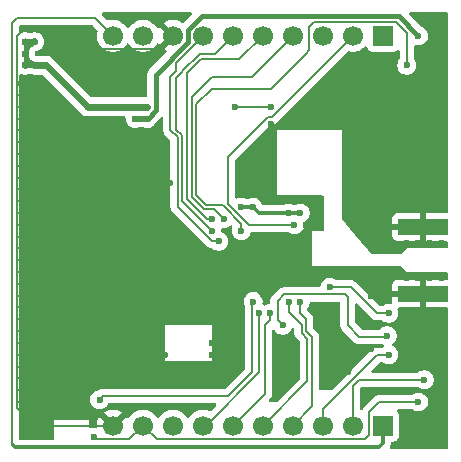
<source format=gbl>
%TF.GenerationSoftware,KiCad,Pcbnew,9.0.4*%
%TF.CreationDate,2025-09-15T13:19:21+09:00*%
%TF.ProjectId,GPS_FrontEnd,4750535f-4672-46f6-9e74-456e642e6b69,Rev.1.0*%
%TF.SameCoordinates,Original*%
%TF.FileFunction,Copper,L2,Bot*%
%TF.FilePolarity,Positive*%
%FSLAX46Y46*%
G04 Gerber Fmt 4.6, Leading zero omitted, Abs format (unit mm)*
G04 Created by KiCad (PCBNEW 9.0.4) date 2025-09-15 13:19:21*
%MOMM*%
%LPD*%
G01*
G04 APERTURE LIST*
%TA.AperFunction,ComponentPad*%
%ADD10R,1.700000X1.700000*%
%TD*%
%TA.AperFunction,ComponentPad*%
%ADD11C,1.700000*%
%TD*%
%TA.AperFunction,SMDPad,CuDef*%
%ADD12R,4.200000X1.350000*%
%TD*%
%TA.AperFunction,ViaPad*%
%ADD13C,0.600000*%
%TD*%
%TA.AperFunction,Conductor*%
%ADD14C,0.200000*%
%TD*%
%TA.AperFunction,Conductor*%
%ADD15C,0.400000*%
%TD*%
%TA.AperFunction,Conductor*%
%ADD16C,0.300000*%
%TD*%
%TA.AperFunction,Conductor*%
%ADD17C,0.500000*%
%TD*%
%TA.AperFunction,Conductor*%
%ADD18C,0.600000*%
%TD*%
G04 APERTURE END LIST*
D10*
%TO.P,J2,1,Pin_1*%
%TO.N,unconnected-(J2-Pin_1-Pad1)*%
X154360000Y-81500000D03*
D11*
%TO.P,J2,2,Pin_2*%
%TO.N,RF_ANTFLAG*%
X151820000Y-81500000D03*
%TO.P,J2,3,Pin_3*%
%TO.N,RF_SHDN*%
X149280000Y-81500000D03*
%TO.P,J2,4,Pin_4*%
%TO.N,RF_LD*%
X146740000Y-81500000D03*
%TO.P,J2,5,Pin_5*%
%TO.N,RF_SDATA*%
X144200000Y-81500000D03*
%TO.P,J2,6,Pin_6*%
%TO.N,RF_SCLK*%
X141660000Y-81500000D03*
%TO.P,J2,7,Pin_7*%
%TO.N,RF_CS*%
X139120000Y-81500000D03*
%TO.P,J2,8,Pin_8*%
%TO.N,RF_GNDA*%
X136580000Y-81500000D03*
%TO.P,J2,9,Pin_9*%
%TO.N,RF_GND*%
X134040000Y-81500000D03*
%TO.P,J2,10,Pin_10*%
%TO.N,RF_3.3V*%
X131500000Y-81500000D03*
%TD*%
D10*
%TO.P,J3,1,Pin_1*%
%TO.N,RF_3.3V*%
X154360000Y-114500000D03*
D11*
%TO.P,J3,2,Pin_2*%
%TO.N,RF_LED*%
X151820000Y-114500000D03*
%TO.P,J3,3,Pin_3*%
%TO.N,RF_IDEL*%
X149280000Y-114500000D03*
%TO.P,J3,4,Pin_4*%
%TO.N,RF_I1*%
X146740000Y-114500000D03*
%TO.P,J3,5,Pin_5*%
%TO.N,RF_I0*%
X144200000Y-114500000D03*
%TO.P,J3,6,Pin_6*%
%TO.N,RF_Q0*%
X141660000Y-114500000D03*
%TO.P,J3,7,Pin_7*%
%TO.N,RF_Q1*%
X139120000Y-114500000D03*
%TO.P,J3,8,Pin_8*%
%TO.N,RF_CLKOUT*%
X136580000Y-114500000D03*
%TO.P,J3,9,Pin_9*%
%TO.N,RF_GND*%
X134040000Y-114500000D03*
%TO.P,J3,10,Pin_10*%
%TO.N,RF_GNDA*%
X131500000Y-114500000D03*
%TD*%
D12*
%TO.P,J1,2_2*%
%TO.N,RF_GNDA*%
X157722500Y-103325000D03*
%TO.P,J1,3_2*%
X157722500Y-97675000D03*
%TD*%
D13*
%TO.N,RF_GNDA*%
X148860000Y-96500000D03*
X156360000Y-99000000D03*
X147860000Y-98500000D03*
X149360000Y-87000000D03*
X151360000Y-108000000D03*
X150360000Y-87000000D03*
X125360000Y-102500000D03*
X125360000Y-89500000D03*
X151360000Y-94000000D03*
X133360000Y-96500000D03*
X143360000Y-92000000D03*
X147860000Y-89000000D03*
X125360000Y-88500000D03*
X148860000Y-97500000D03*
X154360000Y-99500000D03*
X135860000Y-105000000D03*
X154860000Y-94000000D03*
X158360000Y-99000000D03*
X151360000Y-87000000D03*
X147860000Y-97500000D03*
X144860000Y-90000000D03*
X152360000Y-101500000D03*
X143360000Y-100500000D03*
X142360000Y-92000000D03*
X145860000Y-89000000D03*
X151360000Y-95000000D03*
X148360000Y-87000000D03*
X159360000Y-99000000D03*
X148860000Y-95500000D03*
X154860000Y-95000000D03*
X150360000Y-108000000D03*
X158360000Y-107500000D03*
X158860000Y-83000000D03*
X132360000Y-107000000D03*
X135860000Y-101500000D03*
X144860000Y-89000000D03*
X131360000Y-107000000D03*
X132860000Y-95000000D03*
X153360000Y-94000000D03*
X151360000Y-93000000D03*
X158860000Y-82000000D03*
X155860000Y-96000000D03*
X145860000Y-95500000D03*
X129360000Y-90500000D03*
X125360000Y-111500000D03*
X151360000Y-109000000D03*
X156860000Y-95000000D03*
X154360000Y-102500000D03*
X125360000Y-100500000D03*
X151360000Y-110000000D03*
X129860000Y-103000000D03*
X155860000Y-95000000D03*
X153360000Y-102500000D03*
X125360000Y-85500000D03*
X158360000Y-106000000D03*
X125360000Y-103500000D03*
X125360000Y-90500000D03*
X125360000Y-101500000D03*
X136360000Y-94000000D03*
X158860000Y-95000000D03*
X125360000Y-112500000D03*
X158860000Y-81000000D03*
X125360000Y-86500000D03*
X133860000Y-108500000D03*
X158860000Y-89000000D03*
X133360000Y-103500000D03*
X135860000Y-103500000D03*
X125360000Y-104500000D03*
X148360000Y-88000000D03*
X158860000Y-91000000D03*
X143860000Y-99500000D03*
X151360000Y-90000000D03*
X129360000Y-91500000D03*
X156860000Y-96000000D03*
X155360000Y-99500000D03*
X158860000Y-85000000D03*
X158860000Y-90000000D03*
X153360000Y-98000000D03*
X135860000Y-108500000D03*
X151360000Y-101500000D03*
X159360000Y-102000000D03*
X150360000Y-86000000D03*
X139860000Y-107500000D03*
X158860000Y-92000000D03*
X151360000Y-96000000D03*
X144860000Y-93000000D03*
X158860000Y-80000000D03*
X125360000Y-110500000D03*
X127360000Y-110000000D03*
X157860000Y-80000000D03*
X153360000Y-97000000D03*
X144860000Y-92000000D03*
X149360000Y-86000000D03*
X151360000Y-92000000D03*
X158860000Y-88000000D03*
X125360000Y-107500000D03*
X153360000Y-103500000D03*
X147860000Y-99500000D03*
X151360000Y-91000000D03*
X158860000Y-93000000D03*
X154360000Y-103500000D03*
X151360000Y-86000000D03*
X153360000Y-99500000D03*
X156360000Y-102000000D03*
X158860000Y-86000000D03*
X150360000Y-101500000D03*
X125360000Y-98500000D03*
X153360000Y-96000000D03*
X145360000Y-99500000D03*
X158860000Y-96000000D03*
X125360000Y-96500000D03*
X146360000Y-109000000D03*
X148860000Y-89000000D03*
X129360000Y-92500000D03*
X147360000Y-88000000D03*
X135860000Y-95000000D03*
X151360000Y-88000000D03*
X158360000Y-102000000D03*
X158860000Y-84000000D03*
X155360000Y-101500000D03*
X139860000Y-108500000D03*
X154860000Y-96000000D03*
X150360000Y-88000000D03*
X150860000Y-89000000D03*
X131860000Y-108500000D03*
X125360000Y-95500000D03*
X146860000Y-95500000D03*
X153360000Y-112000000D03*
X145360000Y-100500000D03*
X125360000Y-106500000D03*
X125360000Y-94500000D03*
X145360000Y-112000000D03*
X125360000Y-109500000D03*
X158860000Y-87000000D03*
X125360000Y-97500000D03*
X153360000Y-108000000D03*
X158860000Y-94000000D03*
X143860000Y-101500000D03*
X153360000Y-101500000D03*
X146860000Y-89000000D03*
X157360000Y-99000000D03*
X144500000Y-100500000D03*
X125360000Y-99500000D03*
X135860000Y-100000000D03*
X149360000Y-88000000D03*
X134360000Y-95000000D03*
X153360000Y-95000000D03*
X131360000Y-95000000D03*
X149360000Y-110000000D03*
X150360000Y-109000000D03*
X149860000Y-89000000D03*
X154360000Y-101500000D03*
X125360000Y-93500000D03*
X130860000Y-97500000D03*
X149360000Y-101500000D03*
X125360000Y-105500000D03*
X153360000Y-92000000D03*
X157860000Y-96000000D03*
X125360000Y-92500000D03*
X149360000Y-109000000D03*
X144860000Y-91000000D03*
X147860000Y-95500000D03*
X150360000Y-110000000D03*
X133360000Y-98000000D03*
X145360000Y-101500000D03*
X157360000Y-102000000D03*
X125360000Y-87500000D03*
X125360000Y-91500000D03*
X157860000Y-95000000D03*
X125360000Y-108500000D03*
%TO.N,+3.3VP*%
X134360000Y-88500000D03*
X145860000Y-106000000D03*
X133360000Y-88500000D03*
X154714846Y-106894802D03*
X157360000Y-81500000D03*
%TO.N,Net-(U1-CLKOUT)*%
X130360000Y-112299000D03*
X143360000Y-104000000D03*
%TO.N,RF_GND*%
X129860000Y-115500000D03*
X157360000Y-112500000D03*
%TO.N,Net-(U3-IN)*%
X124860000Y-84000000D03*
X129360000Y-87500000D03*
X124060000Y-82000000D03*
X124860000Y-82000000D03*
X141860000Y-87500000D03*
X134360000Y-87500000D03*
X132360000Y-87500000D03*
X144860000Y-87500000D03*
X124060000Y-83000000D03*
X124060000Y-84000000D03*
X133360000Y-87500000D03*
%TO.N,RF_LED*%
X157860000Y-110624000D03*
%TO.N,RF_IDEL*%
X154860000Y-108500000D03*
%TO.N,RF_CS*%
X140457120Y-98902880D03*
%TO.N,RF_SDATA*%
X139860000Y-97000000D03*
%TO.N,RF_SCLK*%
X139860000Y-98000000D03*
%TO.N,RF_LD*%
X140860000Y-97000000D03*
%TO.N,RF_Q1*%
X143860000Y-105000000D03*
%TO.N,RF_I0*%
X146360000Y-104000000D03*
%TO.N,RF_ANTFLAG*%
X146860000Y-97500000D03*
%TO.N,RF_I1*%
X147360000Y-104000000D03*
%TO.N,RF_Q0*%
X144829048Y-105000000D03*
%TO.N,Net-(U1-~{IDLE})*%
X149860000Y-102799000D03*
X154860000Y-105000000D03*
%TO.N,Net-(U1-~{SHDN})*%
X156360000Y-84000000D03*
X142360000Y-98000000D03*
%TO.N,Net-(U1-LNAOUT)*%
X146360000Y-96500000D03*
X143360000Y-96000000D03*
X142360000Y-96000000D03*
X147360000Y-96500000D03*
%TD*%
D14*
%TO.N,RF_GNDA*%
X123362000Y-102500000D02*
X123362000Y-101500000D01*
X125360000Y-92500000D02*
X123362000Y-92500000D01*
D15*
X144860000Y-92000000D02*
X144860000Y-91000000D01*
D14*
X123362000Y-103500000D02*
X123362000Y-102500000D01*
X123362000Y-107500000D02*
X123362000Y-106500000D01*
X125360000Y-98500000D02*
X123362000Y-98500000D01*
X125360000Y-104500000D02*
X123362000Y-104500000D01*
X131500000Y-114500000D02*
X124860000Y-114500000D01*
X125360000Y-106500000D02*
X123362000Y-106500000D01*
X123362000Y-108500000D02*
X123362000Y-107500000D01*
X125360000Y-91500000D02*
X123362000Y-91500000D01*
X123362000Y-99500000D02*
X123362000Y-98500000D01*
X124860000Y-114500000D02*
X123362000Y-113002000D01*
X135429000Y-82651000D02*
X136580000Y-81500000D01*
X123362000Y-86500000D02*
X123362000Y-81498000D01*
X123362000Y-89500000D02*
X123362000Y-88500000D01*
X123362000Y-110500000D02*
X123362000Y-109500000D01*
D16*
X143360000Y-92000000D02*
X142360000Y-92000000D01*
D14*
X123362000Y-95500000D02*
X123362000Y-94500000D01*
X123860000Y-81000000D02*
X125860000Y-81000000D01*
X123362000Y-87500000D02*
X123362000Y-86500000D01*
X123362000Y-106500000D02*
X123362000Y-105500000D01*
X125360000Y-105500000D02*
X123362000Y-105500000D01*
X123362000Y-113002000D02*
X123362000Y-112500000D01*
D15*
X125360000Y-85500000D02*
X123462000Y-85500000D01*
D14*
X125360000Y-108500000D02*
X123362000Y-108500000D01*
D15*
X144860000Y-92000000D02*
X143360000Y-92000000D01*
D14*
X123362000Y-92500000D02*
X123362000Y-91500000D01*
X123362000Y-81498000D02*
X123860000Y-81000000D01*
D15*
X146360000Y-111000000D02*
X145360000Y-112000000D01*
X146360000Y-109000000D02*
X146360000Y-111000000D01*
D14*
X123362000Y-90500000D02*
X123362000Y-89500000D01*
X123362000Y-104500000D02*
X123362000Y-103500000D01*
X125360000Y-96500000D02*
X123362000Y-96500000D01*
X123362000Y-97500000D02*
X123362000Y-96500000D01*
D15*
X144860000Y-92000000D02*
X144860000Y-93000000D01*
D14*
X125360000Y-93500000D02*
X123362000Y-93500000D01*
X125360000Y-111500000D02*
X123362000Y-111500000D01*
X123362000Y-98500000D02*
X123362000Y-97500000D01*
X125360000Y-102500000D02*
X123362000Y-102500000D01*
X125360000Y-90500000D02*
X123362000Y-90500000D01*
X123362000Y-105500000D02*
X123362000Y-104500000D01*
X125360000Y-112500000D02*
X123362000Y-112500000D01*
X125360000Y-101500000D02*
X123362000Y-101500000D01*
X123362000Y-94500000D02*
X123362000Y-93500000D01*
X123362000Y-93500000D02*
X123362000Y-92500000D01*
D15*
X144860000Y-91000000D02*
X144860000Y-90000000D01*
D14*
X123362000Y-109500000D02*
X123362000Y-108500000D01*
X125360000Y-110500000D02*
X123362000Y-110500000D01*
X125360000Y-99500000D02*
X123362000Y-99500000D01*
X125860000Y-81000000D02*
X127511000Y-82651000D01*
X125360000Y-103500000D02*
X123362000Y-103500000D01*
X125360000Y-89500000D02*
X123362000Y-89500000D01*
X125360000Y-87500000D02*
X123362000Y-87500000D01*
X125360000Y-94500000D02*
X123362000Y-94500000D01*
X123362000Y-96500000D02*
X123362000Y-95500000D01*
X123362000Y-88500000D02*
X123362000Y-87500000D01*
X125360000Y-100500000D02*
X123362000Y-100500000D01*
X127511000Y-82651000D02*
X135429000Y-82651000D01*
X125360000Y-86500000D02*
X123362000Y-86500000D01*
X123362000Y-91500000D02*
X123362000Y-90500000D01*
X125360000Y-88500000D02*
X123362000Y-88500000D01*
X125360000Y-97500000D02*
X123362000Y-97500000D01*
X123362000Y-112500000D02*
X123362000Y-111500000D01*
X123362000Y-100500000D02*
X123362000Y-99500000D01*
X125360000Y-109500000D02*
X123362000Y-109500000D01*
X123362000Y-111500000D02*
X123362000Y-110500000D01*
X125360000Y-95500000D02*
X123362000Y-95500000D01*
X125360000Y-107500000D02*
X123362000Y-107500000D01*
X123362000Y-101500000D02*
X123362000Y-100500000D01*
%TO.N,+3.3VP*%
X151360000Y-103650057D02*
X151108943Y-103399000D01*
D15*
X137869000Y-82042479D02*
X137869000Y-80981818D01*
D14*
X145961000Y-103399000D02*
X145430048Y-103929952D01*
X154609648Y-107000000D02*
X152360000Y-107000000D01*
X145430048Y-103929952D02*
X145430048Y-105570048D01*
X151360000Y-106000000D02*
X151360000Y-103650057D01*
D17*
X133360000Y-88500000D02*
X134422074Y-88500000D01*
D14*
X154714846Y-106894802D02*
X154609648Y-107000000D01*
D15*
X137869000Y-80981818D02*
X139002818Y-79848000D01*
X155708000Y-79848000D02*
X157360000Y-81500000D01*
D14*
X145430048Y-105570048D02*
X145860000Y-106000000D01*
D15*
X135111000Y-84800479D02*
X137869000Y-82042479D01*
X135111000Y-87811074D02*
X135111000Y-84800479D01*
X134422074Y-88500000D02*
X135111000Y-87811074D01*
X139002818Y-79848000D02*
X155708000Y-79848000D01*
D14*
X152360000Y-107000000D02*
X151360000Y-106000000D01*
X151108943Y-103399000D02*
X145961000Y-103399000D01*
%TO.N,Net-(U1-CLKOUT)*%
X143259000Y-104101000D02*
X143259000Y-110000000D01*
X130659000Y-112000000D02*
X130360000Y-112299000D01*
X143259000Y-110000000D02*
X141259000Y-112000000D01*
X141259000Y-112000000D02*
X130659000Y-112000000D01*
X143360000Y-104000000D02*
X143259000Y-104101000D01*
%TO.N,RF_GND*%
X129860000Y-115500000D02*
X130011000Y-115651000D01*
X153209000Y-113349000D02*
X153209000Y-115302000D01*
X157360000Y-112500000D02*
X154058000Y-112500000D01*
X153209000Y-115302000D02*
X152860000Y-115651000D01*
X135191000Y-115651000D02*
X134040000Y-114500000D01*
X152860000Y-115651000D02*
X135191000Y-115651000D01*
X154058000Y-112500000D02*
X153209000Y-113349000D01*
X130011000Y-115651000D02*
X132889000Y-115651000D01*
X132889000Y-115651000D02*
X134040000Y-114500000D01*
D18*
%TO.N,Net-(U3-IN)*%
X125860000Y-84000000D02*
X124860000Y-84000000D01*
X125860000Y-84000000D02*
X129360000Y-87500000D01*
X129360000Y-87500000D02*
X134360000Y-87500000D01*
D14*
X133360000Y-87500000D02*
X134360000Y-87500000D01*
X141860000Y-87500000D02*
X144860000Y-87500000D01*
X129360000Y-87500000D02*
X132360000Y-87500000D01*
X132360000Y-87500000D02*
X133360000Y-87500000D01*
D16*
%TO.N,RF_3.3V*%
X154360000Y-116000000D02*
X154011000Y-116349000D01*
X154360000Y-114500000D02*
X154360000Y-116000000D01*
X154011000Y-116349000D02*
X123209000Y-116349000D01*
D14*
X123360000Y-80000000D02*
X130000000Y-80000000D01*
X122961000Y-116101000D02*
X122961000Y-80399000D01*
D16*
X123209000Y-116349000D02*
X123011000Y-116151000D01*
D14*
X123011000Y-116151000D02*
X122961000Y-116101000D01*
D15*
X154360000Y-115152000D02*
X154360000Y-114500000D01*
D14*
X130000000Y-80000000D02*
X131500000Y-81500000D01*
X122961000Y-80399000D02*
X123360000Y-80000000D01*
%TO.N,RF_LED*%
X157860000Y-110624000D02*
X152303100Y-110624000D01*
X151820000Y-111107100D02*
X151820000Y-114500000D01*
X152303100Y-110624000D02*
X151820000Y-111107100D01*
%TO.N,RF_IDEL*%
X154860000Y-108500000D02*
X153860000Y-108500000D01*
X149280000Y-113080000D02*
X149280000Y-114500000D01*
X149280000Y-113080000D02*
X153860000Y-108500000D01*
%TO.N,RF_CS*%
X136360000Y-85000000D02*
X136360000Y-89500000D01*
X136860000Y-83760000D02*
X136860000Y-84500000D01*
X139120000Y-81500000D02*
X136860000Y-83760000D01*
X136860000Y-84500000D02*
X136360000Y-85000000D01*
X139912937Y-98902880D02*
X140457120Y-98902880D01*
X136961000Y-90101000D02*
X136961000Y-95950943D01*
X136961000Y-95950943D02*
X139912937Y-98902880D01*
X136360000Y-89500000D02*
X136961000Y-90101000D01*
%TO.N,RF_SDATA*%
X142200000Y-83500000D02*
X144200000Y-81500000D01*
X137763000Y-95335900D02*
X137763000Y-84664100D01*
X137763000Y-84664100D02*
X138927100Y-83500000D01*
X139860000Y-97000000D02*
X139427100Y-97000000D01*
X138927100Y-83500000D02*
X142200000Y-83500000D01*
X139427100Y-97000000D02*
X137763000Y-95335900D01*
%TO.N,RF_SCLK*%
X137362000Y-89934900D02*
X137362000Y-95502000D01*
X141660000Y-81500000D02*
X140160000Y-83000000D01*
X140160000Y-83000000D02*
X138860000Y-83000000D01*
X137362000Y-95502000D02*
X139860000Y-98000000D01*
X138860000Y-83000000D02*
X137362000Y-84498000D01*
X136860000Y-89432900D02*
X137362000Y-89934900D01*
X137362000Y-84498000D02*
X137362000Y-84565100D01*
X136860000Y-85067100D02*
X136860000Y-89432900D01*
X137362000Y-84565100D02*
X136860000Y-85067100D01*
%TO.N,RF_LD*%
X138164000Y-95169800D02*
X138164000Y-86696000D01*
X139860000Y-85000000D02*
X143240000Y-85000000D01*
X143240000Y-85000000D02*
X146740000Y-81500000D01*
X140860000Y-97000000D02*
X140042900Y-96182900D01*
X139177100Y-96182900D02*
X138164000Y-95169800D01*
X140042900Y-96182900D02*
X139177100Y-96182900D01*
X138164000Y-86696000D02*
X139860000Y-85000000D01*
%TO.N,RF_Q1*%
X143860000Y-110000000D02*
X139360000Y-114500000D01*
X139360000Y-114500000D02*
X139120000Y-114500000D01*
X143860000Y-105000000D02*
X143860000Y-110000000D01*
%TO.N,RF_I0*%
X147459000Y-106666100D02*
X147959000Y-107166100D01*
X147459000Y-106000000D02*
X147459000Y-106666100D01*
X147959000Y-110741000D02*
X144200000Y-114500000D01*
X146360000Y-104000000D02*
X146360000Y-104901000D01*
X146360000Y-104901000D02*
X147459000Y-106000000D01*
X147959000Y-107166100D02*
X147959000Y-110741000D01*
%TO.N,RF_ANTFLAG*%
X143010057Y-97500000D02*
X141261000Y-95750943D01*
X141261000Y-95750943D02*
X141261000Y-91749057D01*
X146860000Y-97500000D02*
X143010057Y-97500000D01*
X144921000Y-88399000D02*
X151820000Y-81500000D01*
X141261000Y-91749057D02*
X144611057Y-88399000D01*
X144611057Y-88399000D02*
X144921000Y-88399000D01*
%TO.N,RF_I1*%
X147360000Y-105000000D02*
X147860000Y-105500000D01*
X147860000Y-106500000D02*
X148360000Y-107000000D01*
X147360000Y-104000000D02*
X147360000Y-105000000D01*
X148360000Y-107000000D02*
X148360000Y-112880000D01*
X147860000Y-105500000D02*
X147860000Y-106500000D01*
X148360000Y-112880000D02*
X146740000Y-114500000D01*
%TO.N,RF_Q0*%
X144360000Y-106000000D02*
X144360000Y-111800000D01*
X144260000Y-111900000D02*
X141660000Y-114500000D01*
X144829048Y-105000000D02*
X144829048Y-105530952D01*
X144360000Y-111800000D02*
X144260000Y-111900000D01*
X144829048Y-105530952D02*
X144360000Y-106000000D01*
%TO.N,Net-(U1-~{IDLE})*%
X154860000Y-105000000D02*
X153860000Y-105000000D01*
X153860000Y-105000000D02*
X151659000Y-102799000D01*
X151659000Y-102799000D02*
X149860000Y-102799000D01*
%TO.N,Net-(U1-~{SHDN})*%
X147860000Y-83000000D02*
X148129000Y-82731000D01*
X138565000Y-95003700D02*
X138565000Y-95000000D01*
X139343200Y-95781900D02*
X138565000Y-95003700D01*
X155429768Y-80349000D02*
X156360000Y-81279232D01*
X140860000Y-95917043D02*
X140724857Y-95781900D01*
X138565000Y-95000000D02*
X138565000Y-94500000D01*
X138565000Y-87295000D02*
X139860000Y-86000000D01*
X148129000Y-82731000D02*
X148129000Y-80731000D01*
X148360000Y-80500000D02*
X148511000Y-80349000D01*
X139360000Y-95781900D02*
X139343200Y-95781900D01*
X156360000Y-81279232D02*
X156360000Y-84000000D01*
X144860000Y-86000000D02*
X147860000Y-83000000D01*
X142360000Y-98000000D02*
X142360000Y-97417043D01*
X138565000Y-94500000D02*
X138565000Y-87295000D01*
X148129000Y-80731000D02*
X148360000Y-80500000D01*
X142360000Y-97417043D02*
X140860000Y-95917043D01*
X140724857Y-95781900D02*
X139360000Y-95781900D01*
X148511000Y-80349000D02*
X155429768Y-80349000D01*
X139860000Y-86000000D02*
X144860000Y-86000000D01*
D16*
%TO.N,Net-(U1-LNAOUT)*%
X147360000Y-96500000D02*
X146860000Y-96500000D01*
X142360000Y-96000000D02*
X142860000Y-96000000D01*
X143360000Y-96000000D02*
X142860000Y-96000000D01*
X146360000Y-96500000D02*
X146860000Y-96500000D01*
X146360000Y-96500000D02*
X143860000Y-96500000D01*
X143860000Y-96500000D02*
X143360000Y-96000000D01*
%TD*%
%TA.AperFunction,Conductor*%
%TO.N,RF_GNDA*%
G36*
X159802539Y-79520185D02*
G01*
X159848294Y-79572989D01*
X159859500Y-79624500D01*
X159859500Y-96376000D01*
X159839815Y-96443039D01*
X159787011Y-96488794D01*
X159735500Y-96500000D01*
X157972500Y-96500000D01*
X157972500Y-98850000D01*
X159735500Y-98850000D01*
X159802539Y-98869685D01*
X159848294Y-98922489D01*
X159859500Y-98974000D01*
X159859500Y-99376000D01*
X159839815Y-99443039D01*
X159787011Y-99488794D01*
X159735500Y-99500000D01*
X156359999Y-99500000D01*
X155896319Y-99963681D01*
X155834996Y-99997166D01*
X155808638Y-100000000D01*
X153418078Y-100000000D01*
X153351039Y-99980315D01*
X153322819Y-99955383D01*
X153087182Y-99672618D01*
X152024870Y-98397844D01*
X155122500Y-98397844D01*
X155128901Y-98457372D01*
X155128903Y-98457379D01*
X155179145Y-98592086D01*
X155179149Y-98592093D01*
X155265309Y-98707187D01*
X155265312Y-98707190D01*
X155380406Y-98793350D01*
X155380413Y-98793354D01*
X155515120Y-98843596D01*
X155515127Y-98843598D01*
X155574655Y-98849999D01*
X155574672Y-98850000D01*
X157472500Y-98850000D01*
X157472500Y-97925000D01*
X155122500Y-97925000D01*
X155122500Y-98397844D01*
X152024870Y-98397844D01*
X151210965Y-97421158D01*
X150888741Y-97034489D01*
X150878687Y-97011303D01*
X150872947Y-97002371D01*
X150871206Y-97000362D01*
X150870975Y-96999303D01*
X150865023Y-96990041D01*
X150862818Y-96974705D01*
X150860945Y-96970386D01*
X150860000Y-96955106D01*
X150860000Y-96952155D01*
X155122500Y-96952155D01*
X155122500Y-97425000D01*
X157472500Y-97425000D01*
X157472500Y-96500000D01*
X155574655Y-96500000D01*
X155515127Y-96506401D01*
X155515120Y-96506403D01*
X155380413Y-96556645D01*
X155380406Y-96556649D01*
X155265312Y-96642809D01*
X155265309Y-96642812D01*
X155179149Y-96757906D01*
X155179145Y-96757913D01*
X155128903Y-96892620D01*
X155128901Y-96892627D01*
X155122500Y-96952155D01*
X150860000Y-96952155D01*
X150860000Y-89500000D01*
X145360000Y-89500000D01*
X145360000Y-95000000D01*
X149236000Y-95000000D01*
X149303039Y-95019685D01*
X149348794Y-95072489D01*
X149360000Y-95124000D01*
X149360000Y-97876000D01*
X149340315Y-97943039D01*
X149287511Y-97988794D01*
X149236000Y-98000000D01*
X148360000Y-98000000D01*
X148360000Y-101000000D01*
X155808638Y-101000000D01*
X155875677Y-101019685D01*
X155896319Y-101036319D01*
X156360000Y-101500000D01*
X159735500Y-101500000D01*
X159802539Y-101519685D01*
X159848294Y-101572489D01*
X159859500Y-101624000D01*
X159859500Y-102026000D01*
X159839815Y-102093039D01*
X159787011Y-102138794D01*
X159735500Y-102150000D01*
X157972500Y-102150000D01*
X157972500Y-104500000D01*
X159735500Y-104500000D01*
X159802539Y-104519685D01*
X159848294Y-104572489D01*
X159859500Y-104624000D01*
X159859500Y-116375500D01*
X159839815Y-116442539D01*
X159787011Y-116488294D01*
X159735500Y-116499500D01*
X155040582Y-116499500D01*
X154973543Y-116479815D01*
X154927788Y-116427011D01*
X154917844Y-116357853D01*
X154934626Y-116314052D01*
X154933593Y-116313500D01*
X154936459Y-116308135D01*
X154936466Y-116308126D01*
X154975011Y-116215069D01*
X154985501Y-116189744D01*
X155010500Y-116064069D01*
X155010500Y-115974499D01*
X155030185Y-115907460D01*
X155082989Y-115861705D01*
X155134500Y-115850499D01*
X155257871Y-115850499D01*
X155257872Y-115850499D01*
X155317483Y-115844091D01*
X155452331Y-115793796D01*
X155567546Y-115707546D01*
X155653796Y-115592331D01*
X155704091Y-115457483D01*
X155710500Y-115397873D01*
X155710499Y-113602128D01*
X155704091Y-113542517D01*
X155688233Y-113500000D01*
X155653797Y-113407671D01*
X155653793Y-113407664D01*
X155572305Y-113298811D01*
X155547887Y-113233347D01*
X155562738Y-113165074D01*
X155612143Y-113115668D01*
X155671571Y-113100500D01*
X156780234Y-113100500D01*
X156847273Y-113120185D01*
X156849125Y-113121398D01*
X156980814Y-113209390D01*
X156980827Y-113209397D01*
X157103109Y-113260047D01*
X157126503Y-113269737D01*
X157272667Y-113298811D01*
X157281153Y-113300499D01*
X157281156Y-113300500D01*
X157281158Y-113300500D01*
X157438844Y-113300500D01*
X157438845Y-113300499D01*
X157593497Y-113269737D01*
X157739179Y-113209394D01*
X157870289Y-113121789D01*
X157981789Y-113010289D01*
X157981791Y-113010287D01*
X158069390Y-112879185D01*
X158069390Y-112879184D01*
X158069394Y-112879179D01*
X158073827Y-112868478D01*
X158098343Y-112809289D01*
X158129737Y-112733497D01*
X158160500Y-112578842D01*
X158160500Y-112421158D01*
X158160500Y-112421155D01*
X158160499Y-112421153D01*
X158135365Y-112294797D01*
X158129737Y-112266503D01*
X158129735Y-112266498D01*
X158069397Y-112120827D01*
X158069390Y-112120814D01*
X157981789Y-111989711D01*
X157981786Y-111989707D01*
X157870292Y-111878213D01*
X157870288Y-111878210D01*
X157739185Y-111790609D01*
X157739172Y-111790602D01*
X157593501Y-111730264D01*
X157593489Y-111730261D01*
X157438845Y-111699500D01*
X157438842Y-111699500D01*
X157281158Y-111699500D01*
X157281155Y-111699500D01*
X157126510Y-111730261D01*
X157126498Y-111730264D01*
X156980827Y-111790602D01*
X156980814Y-111790609D01*
X156849125Y-111878602D01*
X156782447Y-111899480D01*
X156780234Y-111899500D01*
X154137057Y-111899500D01*
X153978942Y-111899500D01*
X153826215Y-111940423D01*
X153826214Y-111940423D01*
X153826212Y-111940424D01*
X153826209Y-111940425D01*
X153776096Y-111969359D01*
X153776095Y-111969360D01*
X153740853Y-111989707D01*
X153689285Y-112019479D01*
X153689282Y-112019481D01*
X152728481Y-112980282D01*
X152728477Y-112980287D01*
X152711158Y-113010285D01*
X152711158Y-113010287D01*
X152711157Y-113010289D01*
X152687684Y-113050946D01*
X152651887Y-113112947D01*
X152601319Y-113161162D01*
X152532712Y-113174384D01*
X152467848Y-113148416D01*
X152427320Y-113091502D01*
X152420500Y-113050946D01*
X152420500Y-111407198D01*
X152440185Y-111340159D01*
X152456820Y-111319516D01*
X152515519Y-111260818D01*
X152576842Y-111227334D01*
X152603199Y-111224500D01*
X157280234Y-111224500D01*
X157347273Y-111244185D01*
X157349125Y-111245398D01*
X157480814Y-111333390D01*
X157480827Y-111333397D01*
X157626498Y-111393735D01*
X157626503Y-111393737D01*
X157781153Y-111424499D01*
X157781156Y-111424500D01*
X157781158Y-111424500D01*
X157938844Y-111424500D01*
X157938845Y-111424499D01*
X158093497Y-111393737D01*
X158239179Y-111333394D01*
X158370289Y-111245789D01*
X158481789Y-111134289D01*
X158569394Y-111003179D01*
X158629737Y-110857497D01*
X158660500Y-110702842D01*
X158660500Y-110545158D01*
X158660500Y-110545155D01*
X158660499Y-110545153D01*
X158629738Y-110390510D01*
X158629737Y-110390503D01*
X158629735Y-110390498D01*
X158569397Y-110244827D01*
X158569390Y-110244814D01*
X158481789Y-110113711D01*
X158481786Y-110113707D01*
X158370292Y-110002213D01*
X158370288Y-110002210D01*
X158239185Y-109914609D01*
X158239172Y-109914602D01*
X158093501Y-109854264D01*
X158093489Y-109854261D01*
X157938845Y-109823500D01*
X157938842Y-109823500D01*
X157781158Y-109823500D01*
X157781155Y-109823500D01*
X157626510Y-109854261D01*
X157626498Y-109854264D01*
X157480827Y-109914602D01*
X157480814Y-109914609D01*
X157349125Y-110002602D01*
X157282447Y-110023480D01*
X157280234Y-110023500D01*
X153485097Y-110023500D01*
X153418058Y-110003815D01*
X153372303Y-109951011D01*
X153362359Y-109881853D01*
X153391384Y-109818297D01*
X153397416Y-109811819D01*
X154072416Y-109136819D01*
X154099343Y-109122115D01*
X154125162Y-109105523D01*
X154131362Y-109104631D01*
X154133739Y-109103334D01*
X154160097Y-109100500D01*
X154280234Y-109100500D01*
X154347273Y-109120185D01*
X154349125Y-109121398D01*
X154480814Y-109209390D01*
X154480827Y-109209397D01*
X154626498Y-109269735D01*
X154626503Y-109269737D01*
X154781153Y-109300499D01*
X154781156Y-109300500D01*
X154781158Y-109300500D01*
X154938844Y-109300500D01*
X154938845Y-109300499D01*
X155093497Y-109269737D01*
X155239179Y-109209394D01*
X155370289Y-109121789D01*
X155481789Y-109010289D01*
X155569394Y-108879179D01*
X155629737Y-108733497D01*
X155660500Y-108578842D01*
X155660500Y-108421158D01*
X155660500Y-108421155D01*
X155660499Y-108421153D01*
X155629738Y-108266510D01*
X155629737Y-108266503D01*
X155573728Y-108131284D01*
X155569397Y-108120827D01*
X155569390Y-108120814D01*
X155481789Y-107989711D01*
X155481786Y-107989707D01*
X155370292Y-107878213D01*
X155370288Y-107878210D01*
X155239185Y-107790609D01*
X155239179Y-107790606D01*
X155191680Y-107770931D01*
X155137277Y-107727089D01*
X155115213Y-107660795D01*
X155132493Y-107593096D01*
X155170241Y-107553269D01*
X155225135Y-107516591D01*
X155336635Y-107405091D01*
X155424240Y-107273981D01*
X155484583Y-107128299D01*
X155515346Y-106973644D01*
X155515346Y-106815960D01*
X155515346Y-106815957D01*
X155515345Y-106815955D01*
X155506152Y-106769738D01*
X155484583Y-106661305D01*
X155484581Y-106661300D01*
X155424243Y-106515629D01*
X155424236Y-106515616D01*
X155336635Y-106384513D01*
X155336632Y-106384509D01*
X155225138Y-106273015D01*
X155225134Y-106273012D01*
X155094031Y-106185411D01*
X155094018Y-106185404D01*
X154948347Y-106125066D01*
X154948335Y-106125063D01*
X154793691Y-106094302D01*
X154793688Y-106094302D01*
X154636004Y-106094302D01*
X154636001Y-106094302D01*
X154481356Y-106125063D01*
X154481344Y-106125066D01*
X154335673Y-106185404D01*
X154335660Y-106185411D01*
X154204557Y-106273012D01*
X154204553Y-106273015D01*
X154114388Y-106363181D01*
X154053065Y-106396666D01*
X154026707Y-106399500D01*
X152660098Y-106399500D01*
X152593059Y-106379815D01*
X152572417Y-106363181D01*
X151996819Y-105787583D01*
X151963334Y-105726260D01*
X151960500Y-105699902D01*
X151960500Y-104249097D01*
X151980185Y-104182058D01*
X152032989Y-104136303D01*
X152102147Y-104126359D01*
X152165703Y-104155384D01*
X152172181Y-104161416D01*
X153375139Y-105364374D01*
X153375149Y-105364385D01*
X153379479Y-105368715D01*
X153379480Y-105368716D01*
X153491284Y-105480520D01*
X153558767Y-105519481D01*
X153628215Y-105559577D01*
X153780943Y-105600500D01*
X153939057Y-105600500D01*
X154280234Y-105600500D01*
X154347273Y-105620185D01*
X154349125Y-105621398D01*
X154480814Y-105709390D01*
X154480827Y-105709397D01*
X154626498Y-105769735D01*
X154626503Y-105769737D01*
X154781153Y-105800499D01*
X154781156Y-105800500D01*
X154781158Y-105800500D01*
X154938844Y-105800500D01*
X154938845Y-105800499D01*
X155093497Y-105769737D01*
X155239179Y-105709394D01*
X155370289Y-105621789D01*
X155481789Y-105510289D01*
X155569394Y-105379179D01*
X155629737Y-105233497D01*
X155660500Y-105078842D01*
X155660500Y-104921158D01*
X155660500Y-104921155D01*
X155660499Y-104921153D01*
X155629738Y-104766510D01*
X155629737Y-104766503D01*
X155590365Y-104671452D01*
X155582897Y-104601983D01*
X155614172Y-104539504D01*
X155674261Y-104503852D01*
X155704927Y-104500000D01*
X157472500Y-104500000D01*
X157472500Y-103575000D01*
X155122500Y-103575000D01*
X155122500Y-104047828D01*
X155125136Y-104072347D01*
X155112730Y-104141107D01*
X155065119Y-104192244D01*
X154997420Y-104209523D01*
X154977657Y-104207220D01*
X154938843Y-104199500D01*
X154938842Y-104199500D01*
X154781158Y-104199500D01*
X154781155Y-104199500D01*
X154626510Y-104230261D01*
X154626498Y-104230264D01*
X154480827Y-104290602D01*
X154480814Y-104290609D01*
X154349125Y-104378602D01*
X154331078Y-104384252D01*
X154315169Y-104394477D01*
X154284207Y-104398928D01*
X154282447Y-104399480D01*
X154280234Y-104399500D01*
X154160097Y-104399500D01*
X154093058Y-104379815D01*
X154072416Y-104363181D01*
X152311390Y-102602155D01*
X155122500Y-102602155D01*
X155122500Y-103075000D01*
X157472500Y-103075000D01*
X157472500Y-102150000D01*
X155574655Y-102150000D01*
X155515127Y-102156401D01*
X155515120Y-102156403D01*
X155380413Y-102206645D01*
X155380406Y-102206649D01*
X155265312Y-102292809D01*
X155265309Y-102292812D01*
X155179149Y-102407906D01*
X155179145Y-102407913D01*
X155128903Y-102542620D01*
X155128901Y-102542627D01*
X155122500Y-102602155D01*
X152311390Y-102602155D01*
X152146590Y-102437355D01*
X152146588Y-102437352D01*
X152027717Y-102318481D01*
X152027716Y-102318480D01*
X151940904Y-102268360D01*
X151940904Y-102268359D01*
X151940900Y-102268358D01*
X151890785Y-102239423D01*
X151738057Y-102198499D01*
X151579943Y-102198499D01*
X151572347Y-102198499D01*
X151572331Y-102198500D01*
X150439766Y-102198500D01*
X150372727Y-102178815D01*
X150370875Y-102177602D01*
X150239185Y-102089609D01*
X150239172Y-102089602D01*
X150093501Y-102029264D01*
X150093489Y-102029261D01*
X149938845Y-101998500D01*
X149938842Y-101998500D01*
X149781158Y-101998500D01*
X149781155Y-101998500D01*
X149626510Y-102029261D01*
X149626498Y-102029264D01*
X149480827Y-102089602D01*
X149480814Y-102089609D01*
X149349711Y-102177210D01*
X149349707Y-102177213D01*
X149238213Y-102288707D01*
X149238210Y-102288711D01*
X149150609Y-102419814D01*
X149150602Y-102419827D01*
X149090264Y-102565498D01*
X149090261Y-102565508D01*
X149063769Y-102698692D01*
X149031384Y-102760603D01*
X148970668Y-102795177D01*
X148942152Y-102798500D01*
X146047670Y-102798500D01*
X146047654Y-102798499D01*
X146040058Y-102798499D01*
X145881943Y-102798499D01*
X145805579Y-102818961D01*
X145729214Y-102839423D01*
X145729209Y-102839426D01*
X145592290Y-102918475D01*
X145592282Y-102918481D01*
X145054265Y-103456498D01*
X145054262Y-103456500D01*
X145054263Y-103456501D01*
X144949528Y-103561236D01*
X144915324Y-103620480D01*
X144870471Y-103698167D01*
X144829547Y-103850895D01*
X144829547Y-103850897D01*
X144829547Y-104018998D01*
X144829548Y-104019011D01*
X144829548Y-104081953D01*
X144809863Y-104148992D01*
X144757059Y-104194747D01*
X144729740Y-104203570D01*
X144595556Y-104230261D01*
X144595546Y-104230264D01*
X144449876Y-104290602D01*
X144449860Y-104290611D01*
X144413413Y-104314964D01*
X144398405Y-104319662D01*
X144385637Y-104328847D01*
X144365744Y-104329889D01*
X144346736Y-104335841D01*
X144330659Y-104331727D01*
X144315863Y-104332503D01*
X144290539Y-104321462D01*
X144283035Y-104319542D01*
X144279251Y-104317381D01*
X144239179Y-104290606D01*
X144214355Y-104280323D01*
X144207554Y-104276440D01*
X144188538Y-104256685D01*
X144167186Y-104239478D01*
X144164655Y-104231874D01*
X144159099Y-104226102D01*
X144153782Y-104199204D01*
X144145122Y-104173184D01*
X144146139Y-104160542D01*
X144145550Y-104157559D01*
X144146592Y-104154918D01*
X144147425Y-104144571D01*
X144160500Y-104078842D01*
X144160500Y-103921158D01*
X144160500Y-103921155D01*
X144160499Y-103921153D01*
X144129738Y-103766510D01*
X144129737Y-103766503D01*
X144101431Y-103698165D01*
X144069397Y-103620827D01*
X144069390Y-103620814D01*
X143981789Y-103489711D01*
X143981786Y-103489707D01*
X143870292Y-103378213D01*
X143870288Y-103378210D01*
X143739185Y-103290609D01*
X143739172Y-103290602D01*
X143593501Y-103230264D01*
X143593489Y-103230261D01*
X143438845Y-103199500D01*
X143438842Y-103199500D01*
X143281158Y-103199500D01*
X143281155Y-103199500D01*
X143126510Y-103230261D01*
X143126498Y-103230264D01*
X142980827Y-103290602D01*
X142980814Y-103290609D01*
X142849711Y-103378210D01*
X142849707Y-103378213D01*
X142738213Y-103489707D01*
X142738210Y-103489711D01*
X142650609Y-103620814D01*
X142650602Y-103620827D01*
X142590264Y-103766498D01*
X142590261Y-103766510D01*
X142559500Y-103921153D01*
X142559500Y-104078846D01*
X142590261Y-104233489D01*
X142590264Y-104233501D01*
X142649061Y-104375450D01*
X142658500Y-104422902D01*
X142658500Y-109699903D01*
X142638815Y-109766942D01*
X142622181Y-109787584D01*
X141046584Y-111363181D01*
X140985261Y-111396666D01*
X140958903Y-111399500D01*
X130745669Y-111399500D01*
X130745653Y-111399499D01*
X130738057Y-111399499D01*
X130579943Y-111399499D01*
X130472587Y-111428265D01*
X130427210Y-111440424D01*
X130427209Y-111440425D01*
X130377100Y-111469356D01*
X130377097Y-111469358D01*
X130377095Y-111469360D01*
X130355396Y-111481887D01*
X130293398Y-111498500D01*
X130281155Y-111498500D01*
X130126510Y-111529261D01*
X130126498Y-111529264D01*
X129980827Y-111589602D01*
X129980814Y-111589609D01*
X129849711Y-111677210D01*
X129849707Y-111677213D01*
X129738213Y-111788707D01*
X129738210Y-111788711D01*
X129650609Y-111919814D01*
X129650602Y-111919827D01*
X129590264Y-112065498D01*
X129590261Y-112065510D01*
X129559500Y-112220153D01*
X129559500Y-112377846D01*
X129590261Y-112532489D01*
X129590264Y-112532501D01*
X129650602Y-112678172D01*
X129650609Y-112678185D01*
X129738210Y-112809288D01*
X129738213Y-112809292D01*
X129849707Y-112920786D01*
X129849711Y-112920789D01*
X129980814Y-113008390D01*
X129980827Y-113008397D01*
X130083551Y-113050946D01*
X130126503Y-113068737D01*
X130240950Y-113091502D01*
X130281153Y-113099499D01*
X130281156Y-113099500D01*
X130281158Y-113099500D01*
X130438844Y-113099500D01*
X130438845Y-113099499D01*
X130593497Y-113068737D01*
X130739179Y-113008394D01*
X130870289Y-112920789D01*
X130981789Y-112809289D01*
X131069394Y-112678179D01*
X131069865Y-112677042D01*
X131070268Y-112676540D01*
X131072264Y-112672808D01*
X131072972Y-112673186D01*
X131113708Y-112622641D01*
X131180003Y-112600579D01*
X131184424Y-112600500D01*
X140110903Y-112600500D01*
X140177942Y-112620185D01*
X140223697Y-112672989D01*
X140233641Y-112742147D01*
X140204616Y-112805703D01*
X140198584Y-112812181D01*
X139784201Y-113226562D01*
X139722878Y-113260047D01*
X139653186Y-113255063D01*
X139640234Y-113249370D01*
X139638421Y-113248446D01*
X139638419Y-113248445D01*
X139508414Y-113206204D01*
X139436243Y-113182754D01*
X139436241Y-113182753D01*
X139436240Y-113182753D01*
X139274957Y-113157208D01*
X139226287Y-113149500D01*
X139013713Y-113149500D01*
X138965042Y-113157208D01*
X138803760Y-113182753D01*
X138803757Y-113182754D01*
X138648049Y-113233347D01*
X138601585Y-113248444D01*
X138412179Y-113344951D01*
X138240213Y-113469890D01*
X138089890Y-113620213D01*
X137964949Y-113792182D01*
X137960484Y-113800946D01*
X137912509Y-113851742D01*
X137844688Y-113868536D01*
X137778553Y-113845998D01*
X137739516Y-113800946D01*
X137735050Y-113792182D01*
X137610109Y-113620213D01*
X137459786Y-113469890D01*
X137287820Y-113344951D01*
X137098414Y-113248444D01*
X137098413Y-113248443D01*
X137098412Y-113248443D01*
X136896243Y-113182754D01*
X136896241Y-113182753D01*
X136896240Y-113182753D01*
X136734957Y-113157208D01*
X136686287Y-113149500D01*
X136473713Y-113149500D01*
X136425042Y-113157208D01*
X136263760Y-113182753D01*
X136263757Y-113182754D01*
X136108049Y-113233347D01*
X136061585Y-113248444D01*
X135872179Y-113344951D01*
X135700213Y-113469890D01*
X135549890Y-113620213D01*
X135424949Y-113792182D01*
X135420484Y-113800946D01*
X135372509Y-113851742D01*
X135304688Y-113868536D01*
X135238553Y-113845998D01*
X135199516Y-113800946D01*
X135195050Y-113792182D01*
X135070109Y-113620213D01*
X134919786Y-113469890D01*
X134747820Y-113344951D01*
X134558414Y-113248444D01*
X134558413Y-113248443D01*
X134558412Y-113248443D01*
X134356243Y-113182754D01*
X134356241Y-113182753D01*
X134356240Y-113182753D01*
X134194957Y-113157208D01*
X134146287Y-113149500D01*
X133933713Y-113149500D01*
X133885042Y-113157208D01*
X133723760Y-113182753D01*
X133723757Y-113182754D01*
X133568049Y-113233347D01*
X133521585Y-113248444D01*
X133332179Y-113344951D01*
X133160213Y-113469890D01*
X133009890Y-113620213D01*
X132884949Y-113792182D01*
X132880202Y-113801499D01*
X132832227Y-113852293D01*
X132764405Y-113869087D01*
X132698271Y-113846548D01*
X132659234Y-113801495D01*
X132654626Y-113792452D01*
X132615270Y-113738282D01*
X132615269Y-113738282D01*
X131982962Y-114370589D01*
X131965925Y-114307007D01*
X131900099Y-114192993D01*
X131807007Y-114099901D01*
X131692993Y-114034075D01*
X131629409Y-114017037D01*
X132261716Y-113384728D01*
X132207550Y-113345375D01*
X132018217Y-113248904D01*
X131816129Y-113183242D01*
X131606246Y-113150000D01*
X131393754Y-113150000D01*
X131183872Y-113183242D01*
X131183869Y-113183242D01*
X130981782Y-113248904D01*
X130792439Y-113345380D01*
X130738282Y-113384727D01*
X130738282Y-113384728D01*
X131370591Y-114017037D01*
X131307007Y-114034075D01*
X131192993Y-114099901D01*
X131099901Y-114192993D01*
X131034075Y-114307007D01*
X131017037Y-114370591D01*
X130384728Y-113738282D01*
X130384727Y-113738282D01*
X130345380Y-113792439D01*
X130248904Y-113981782D01*
X130183242Y-114183869D01*
X130183242Y-114183872D01*
X130150000Y-114393753D01*
X130150000Y-114590407D01*
X130130315Y-114657446D01*
X130077511Y-114703201D01*
X130008353Y-114713145D01*
X130001809Y-114712024D01*
X129938846Y-114699500D01*
X129938842Y-114699500D01*
X129781158Y-114699500D01*
X129781153Y-114699500D01*
X129648191Y-114725948D01*
X129578600Y-114719721D01*
X129523422Y-114676858D01*
X129500178Y-114610968D01*
X129500000Y-114604331D01*
X129500000Y-114000000D01*
X126500000Y-114000000D01*
X126500000Y-115574500D01*
X126480315Y-115641539D01*
X126427511Y-115687294D01*
X126376000Y-115698500D01*
X123685500Y-115698500D01*
X123618461Y-115678815D01*
X123572706Y-115626011D01*
X123561500Y-115574500D01*
X123561500Y-109000000D01*
X135860000Y-109000000D01*
X139860000Y-109000000D01*
X139860000Y-106000000D01*
X135860000Y-106000000D01*
X135860000Y-109000000D01*
X123561500Y-109000000D01*
X123561500Y-84845548D01*
X123581185Y-84778509D01*
X123633989Y-84732754D01*
X123703147Y-84722810D01*
X123732948Y-84730985D01*
X123826503Y-84769737D01*
X123981153Y-84800499D01*
X123981156Y-84800500D01*
X123981158Y-84800500D01*
X124138844Y-84800500D01*
X124138845Y-84800499D01*
X124293497Y-84769737D01*
X124385851Y-84731483D01*
X124412548Y-84720425D01*
X124482017Y-84712956D01*
X124507452Y-84720425D01*
X124534149Y-84731483D01*
X124626503Y-84769737D01*
X124781153Y-84800499D01*
X124781156Y-84800500D01*
X124781158Y-84800500D01*
X125477060Y-84800500D01*
X125544099Y-84820185D01*
X125564741Y-84836819D01*
X128738211Y-88010289D01*
X128849711Y-88121789D01*
X128980821Y-88209394D01*
X129083833Y-88252062D01*
X129126502Y-88269737D01*
X129281152Y-88300499D01*
X129281155Y-88300500D01*
X129281157Y-88300500D01*
X129281158Y-88300500D01*
X132281158Y-88300500D01*
X132435500Y-88300500D01*
X132502539Y-88320185D01*
X132548294Y-88372989D01*
X132559500Y-88424500D01*
X132559500Y-88578846D01*
X132590261Y-88733489D01*
X132590264Y-88733501D01*
X132650602Y-88879172D01*
X132650609Y-88879185D01*
X132738210Y-89010288D01*
X132738213Y-89010292D01*
X132849707Y-89121786D01*
X132849711Y-89121789D01*
X132980814Y-89209390D01*
X132980827Y-89209397D01*
X133080060Y-89250500D01*
X133126503Y-89269737D01*
X133281153Y-89300499D01*
X133281156Y-89300500D01*
X133281158Y-89300500D01*
X133438844Y-89300500D01*
X133438845Y-89300499D01*
X133515152Y-89285320D01*
X133593488Y-89269739D01*
X133593489Y-89269738D01*
X133593497Y-89269737D01*
X133617155Y-89259937D01*
X133664604Y-89250500D01*
X134055396Y-89250500D01*
X134102844Y-89259937D01*
X134126503Y-89269737D01*
X134126508Y-89269738D01*
X134126511Y-89269739D01*
X134281153Y-89300499D01*
X134281156Y-89300500D01*
X134281158Y-89300500D01*
X134438844Y-89300500D01*
X134438845Y-89300499D01*
X134593497Y-89269737D01*
X134739179Y-89209394D01*
X134870289Y-89121789D01*
X134981789Y-89010289D01*
X134999181Y-88984259D01*
X135005025Y-88978416D01*
X135087158Y-88855495D01*
X135102826Y-88817666D01*
X135108295Y-88808920D01*
X135115179Y-88802802D01*
X135125754Y-88786975D01*
X135547819Y-88364911D01*
X135609142Y-88331426D01*
X135678834Y-88336410D01*
X135734767Y-88378282D01*
X135759184Y-88443746D01*
X135759500Y-88452592D01*
X135759500Y-89413330D01*
X135759499Y-89413348D01*
X135759499Y-89579054D01*
X135759498Y-89579054D01*
X135800423Y-89731785D01*
X135829358Y-89781900D01*
X135829359Y-89781904D01*
X135829360Y-89781904D01*
X135879479Y-89868714D01*
X135879481Y-89868717D01*
X135998349Y-89987585D01*
X135998355Y-89987590D01*
X136324181Y-90313416D01*
X136357666Y-90374739D01*
X136360500Y-90401097D01*
X136360500Y-95864273D01*
X136360499Y-95864291D01*
X136360499Y-96029997D01*
X136360498Y-96029997D01*
X136401423Y-96182727D01*
X136401423Y-96182728D01*
X136428868Y-96230264D01*
X136428868Y-96230265D01*
X136480475Y-96319652D01*
X136480481Y-96319660D01*
X136599349Y-96438528D01*
X136599355Y-96438533D01*
X139428076Y-99267254D01*
X139428086Y-99267265D01*
X139432416Y-99271595D01*
X139432417Y-99271596D01*
X139544221Y-99383400D01*
X139544223Y-99383401D01*
X139544227Y-99383404D01*
X139681146Y-99462453D01*
X139681153Y-99462457D01*
X139792956Y-99492414D01*
X139833879Y-99503380D01*
X139833880Y-99503380D01*
X139885407Y-99503380D01*
X139893389Y-99504421D01*
X139918287Y-99515399D01*
X139944393Y-99523065D01*
X139946245Y-99524278D01*
X140077934Y-99612270D01*
X140077947Y-99612277D01*
X140223618Y-99672615D01*
X140223623Y-99672617D01*
X140378273Y-99703379D01*
X140378276Y-99703380D01*
X140378278Y-99703380D01*
X140535964Y-99703380D01*
X140535965Y-99703379D01*
X140690617Y-99672617D01*
X140836299Y-99612274D01*
X140967409Y-99524669D01*
X141078909Y-99413169D01*
X141166514Y-99282059D01*
X141226857Y-99136377D01*
X141257620Y-98981722D01*
X141257620Y-98824038D01*
X141257620Y-98824035D01*
X141257619Y-98824033D01*
X141252938Y-98800499D01*
X141226857Y-98669383D01*
X141194840Y-98592086D01*
X141166517Y-98523707D01*
X141166510Y-98523694D01*
X141078909Y-98392591D01*
X141078906Y-98392587D01*
X140967412Y-98281093D01*
X140967408Y-98281090D01*
X140836305Y-98193489D01*
X140836295Y-98193484D01*
X140737047Y-98152374D01*
X140721481Y-98139830D01*
X140703297Y-98131526D01*
X140694832Y-98118355D01*
X140682644Y-98108533D01*
X140676331Y-98089565D01*
X140665523Y-98072748D01*
X140661560Y-98045187D01*
X140660579Y-98042239D01*
X140660500Y-98037813D01*
X140660500Y-97924500D01*
X140680185Y-97857461D01*
X140732989Y-97811706D01*
X140784500Y-97800500D01*
X140938844Y-97800500D01*
X140938845Y-97800499D01*
X141093497Y-97769737D01*
X141239179Y-97709394D01*
X141370289Y-97621789D01*
X141407331Y-97584747D01*
X141468653Y-97551261D01*
X141538345Y-97556245D01*
X141594279Y-97598115D01*
X141618697Y-97663579D01*
X141609575Y-97719878D01*
X141590263Y-97766502D01*
X141590261Y-97766510D01*
X141559500Y-97921153D01*
X141559500Y-98078846D01*
X141590261Y-98233489D01*
X141590264Y-98233501D01*
X141650602Y-98379172D01*
X141650609Y-98379185D01*
X141738210Y-98510288D01*
X141738213Y-98510292D01*
X141849707Y-98621786D01*
X141849711Y-98621789D01*
X141980814Y-98709390D01*
X141980827Y-98709397D01*
X142126498Y-98769735D01*
X142126503Y-98769737D01*
X142245213Y-98793350D01*
X142281153Y-98800499D01*
X142281156Y-98800500D01*
X142281158Y-98800500D01*
X142438844Y-98800500D01*
X142438845Y-98800499D01*
X142593497Y-98769737D01*
X142739179Y-98709394D01*
X142870289Y-98621789D01*
X142981789Y-98510289D01*
X143069394Y-98379179D01*
X143129737Y-98233497D01*
X143134531Y-98209397D01*
X143136339Y-98200309D01*
X143168724Y-98138398D01*
X143229439Y-98103824D01*
X143257956Y-98100500D01*
X146280234Y-98100500D01*
X146347273Y-98120185D01*
X146349125Y-98121398D01*
X146480814Y-98209390D01*
X146480827Y-98209397D01*
X146626498Y-98269735D01*
X146626503Y-98269737D01*
X146781153Y-98300499D01*
X146781156Y-98300500D01*
X146781158Y-98300500D01*
X146938844Y-98300500D01*
X146938845Y-98300499D01*
X147093497Y-98269737D01*
X147239179Y-98209394D01*
X147370289Y-98121789D01*
X147481789Y-98010289D01*
X147569394Y-97879179D01*
X147629737Y-97733497D01*
X147660500Y-97578842D01*
X147660500Y-97421158D01*
X147660500Y-97421155D01*
X147647426Y-97355431D01*
X147653653Y-97285840D01*
X147696515Y-97230662D01*
X147721589Y-97216679D01*
X147739179Y-97209394D01*
X147870289Y-97121789D01*
X147981789Y-97010289D01*
X148069394Y-96879179D01*
X148129737Y-96733497D01*
X148160500Y-96578842D01*
X148160500Y-96421158D01*
X148160500Y-96421155D01*
X148160499Y-96421153D01*
X148151517Y-96376000D01*
X148129737Y-96266503D01*
X148114727Y-96230265D01*
X148069397Y-96120827D01*
X148069390Y-96120814D01*
X147981789Y-95989711D01*
X147981786Y-95989707D01*
X147870292Y-95878213D01*
X147870288Y-95878210D01*
X147739185Y-95790609D01*
X147739172Y-95790602D01*
X147593501Y-95730264D01*
X147593489Y-95730261D01*
X147438845Y-95699500D01*
X147438842Y-95699500D01*
X147281158Y-95699500D01*
X147281155Y-95699500D01*
X147126510Y-95730261D01*
X147126498Y-95730264D01*
X146980827Y-95790602D01*
X146980814Y-95790609D01*
X146928891Y-95825304D01*
X146862214Y-95846182D01*
X146794833Y-95827698D01*
X146791109Y-95825304D01*
X146739185Y-95790609D01*
X146739172Y-95790602D01*
X146593501Y-95730264D01*
X146593489Y-95730261D01*
X146438845Y-95699500D01*
X146438842Y-95699500D01*
X146281158Y-95699500D01*
X146281155Y-95699500D01*
X146126510Y-95730261D01*
X146126498Y-95730264D01*
X145980827Y-95790602D01*
X145980820Y-95790606D01*
X145951928Y-95809911D01*
X145923955Y-95828602D01*
X145857279Y-95849480D01*
X145855065Y-95849500D01*
X144246878Y-95849500D01*
X144179839Y-95829815D01*
X144134084Y-95777011D01*
X144132215Y-95772069D01*
X144132068Y-95772131D01*
X144069397Y-95620827D01*
X144069390Y-95620814D01*
X143981789Y-95489711D01*
X143981786Y-95489707D01*
X143870292Y-95378213D01*
X143870288Y-95378210D01*
X143739185Y-95290609D01*
X143739172Y-95290602D01*
X143593501Y-95230264D01*
X143593489Y-95230261D01*
X143438845Y-95199500D01*
X143438842Y-95199500D01*
X143281158Y-95199500D01*
X143281155Y-95199500D01*
X143126510Y-95230261D01*
X143126498Y-95230264D01*
X142980827Y-95290602D01*
X142980814Y-95290609D01*
X142928891Y-95325304D01*
X142862214Y-95346182D01*
X142794833Y-95327698D01*
X142791109Y-95325304D01*
X142739185Y-95290609D01*
X142739172Y-95290602D01*
X142593501Y-95230264D01*
X142593489Y-95230261D01*
X142438845Y-95199500D01*
X142438842Y-95199500D01*
X142281158Y-95199500D01*
X142281155Y-95199500D01*
X142126510Y-95230261D01*
X142126498Y-95230264D01*
X142032952Y-95269012D01*
X141963482Y-95276481D01*
X141901003Y-95245205D01*
X141865352Y-95185116D01*
X141861500Y-95154451D01*
X141861500Y-92049154D01*
X141881185Y-91982115D01*
X141897819Y-91961473D01*
X144823472Y-89035820D01*
X144884795Y-89002335D01*
X144911153Y-88999501D01*
X145000054Y-88999501D01*
X145000057Y-88999501D01*
X145152785Y-88958577D01*
X145202904Y-88929639D01*
X145289716Y-88879520D01*
X145401520Y-88767716D01*
X145401520Y-88767714D01*
X145411728Y-88757507D01*
X145411730Y-88757504D01*
X151335478Y-82833755D01*
X151396799Y-82800272D01*
X151461473Y-82803506D01*
X151503757Y-82817246D01*
X151713713Y-82850500D01*
X151713714Y-82850500D01*
X151926286Y-82850500D01*
X151926287Y-82850500D01*
X152136243Y-82817246D01*
X152338412Y-82751557D01*
X152527816Y-82655051D01*
X152699792Y-82530104D01*
X152813329Y-82416566D01*
X152874648Y-82383084D01*
X152944340Y-82388068D01*
X153000274Y-82429939D01*
X153017189Y-82460917D01*
X153066202Y-82592328D01*
X153066206Y-82592335D01*
X153152452Y-82707544D01*
X153152455Y-82707547D01*
X153267664Y-82793793D01*
X153267671Y-82793797D01*
X153402517Y-82844091D01*
X153402516Y-82844091D01*
X153409444Y-82844835D01*
X153462127Y-82850500D01*
X155257872Y-82850499D01*
X155317483Y-82844091D01*
X155452331Y-82793796D01*
X155561189Y-82712305D01*
X155626653Y-82687887D01*
X155694926Y-82702738D01*
X155744332Y-82752143D01*
X155759500Y-82811571D01*
X155759500Y-83420234D01*
X155739815Y-83487273D01*
X155738602Y-83489125D01*
X155650609Y-83620814D01*
X155650602Y-83620827D01*
X155590264Y-83766498D01*
X155590261Y-83766510D01*
X155559500Y-83921153D01*
X155559500Y-84078846D01*
X155590261Y-84233489D01*
X155590264Y-84233501D01*
X155650602Y-84379172D01*
X155650609Y-84379185D01*
X155738210Y-84510288D01*
X155738213Y-84510292D01*
X155849707Y-84621786D01*
X155849711Y-84621789D01*
X155980814Y-84709390D01*
X155980827Y-84709397D01*
X156037217Y-84732754D01*
X156126503Y-84769737D01*
X156281153Y-84800499D01*
X156281156Y-84800500D01*
X156281158Y-84800500D01*
X156438844Y-84800500D01*
X156438845Y-84800499D01*
X156593497Y-84769737D01*
X156739179Y-84709394D01*
X156870289Y-84621789D01*
X156981789Y-84510289D01*
X157069394Y-84379179D01*
X157079850Y-84353937D01*
X157129735Y-84233501D01*
X157129737Y-84233497D01*
X157160500Y-84078842D01*
X157160500Y-83921158D01*
X157160500Y-83921155D01*
X157160499Y-83921153D01*
X157129738Y-83766510D01*
X157129737Y-83766503D01*
X157129735Y-83766498D01*
X157069397Y-83620827D01*
X157069390Y-83620814D01*
X156981398Y-83489125D01*
X156960520Y-83422447D01*
X156960500Y-83420234D01*
X156960500Y-82386555D01*
X156980185Y-82319516D01*
X157032989Y-82273761D01*
X157102147Y-82263817D01*
X157120411Y-82268840D01*
X157120676Y-82267969D01*
X157126492Y-82269732D01*
X157126503Y-82269737D01*
X157281153Y-82300499D01*
X157281156Y-82300500D01*
X157281158Y-82300500D01*
X157438844Y-82300500D01*
X157438845Y-82300499D01*
X157593497Y-82269737D01*
X157739179Y-82209394D01*
X157870289Y-82121789D01*
X157981789Y-82010289D01*
X158069394Y-81879179D01*
X158129737Y-81733497D01*
X158160500Y-81578842D01*
X158160500Y-81421158D01*
X158160500Y-81421155D01*
X158160499Y-81421153D01*
X158137794Y-81307007D01*
X158129737Y-81266503D01*
X158116913Y-81235542D01*
X158069397Y-81120827D01*
X158069390Y-81120814D01*
X157981789Y-80989711D01*
X157981786Y-80989707D01*
X157870292Y-80878213D01*
X157870288Y-80878210D01*
X157739185Y-80790609D01*
X157739172Y-80790602D01*
X157594814Y-80730808D01*
X157554585Y-80703928D01*
X156562838Y-79712181D01*
X156529353Y-79650858D01*
X156534337Y-79581166D01*
X156576209Y-79525233D01*
X156641673Y-79500816D01*
X156650519Y-79500500D01*
X159735500Y-79500500D01*
X159802539Y-79520185D01*
G37*
%TD.AperFunction*%
%TA.AperFunction,Conductor*%
G36*
X146797773Y-106197962D02*
G01*
X146845384Y-106249099D01*
X146858500Y-106304604D01*
X146858500Y-106579430D01*
X146858499Y-106579448D01*
X146858499Y-106745154D01*
X146858498Y-106745154D01*
X146870656Y-106790527D01*
X146899423Y-106897885D01*
X146899424Y-106897887D01*
X146899423Y-106897887D01*
X146912736Y-106920944D01*
X146912737Y-106920946D01*
X146978475Y-107034809D01*
X146978479Y-107034814D01*
X146978480Y-107034816D01*
X147090284Y-107146620D01*
X147090285Y-107146621D01*
X147217651Y-107273987D01*
X147322181Y-107378516D01*
X147355666Y-107439839D01*
X147358500Y-107466197D01*
X147358500Y-110440902D01*
X147338815Y-110507941D01*
X147322181Y-110528583D01*
X145387084Y-112463681D01*
X145325761Y-112497166D01*
X145299403Y-112500000D01*
X144808598Y-112500000D01*
X144741559Y-112480315D01*
X144695804Y-112427511D01*
X144685860Y-112358353D01*
X144714885Y-112294797D01*
X144720917Y-112288319D01*
X144742738Y-112266498D01*
X144840520Y-112168716D01*
X144919577Y-112031784D01*
X144960500Y-111879057D01*
X144960500Y-106503439D01*
X144980185Y-106436400D01*
X145032989Y-106390645D01*
X145102147Y-106380701D01*
X145165703Y-106409726D01*
X145187602Y-106434548D01*
X145238210Y-106510288D01*
X145238213Y-106510292D01*
X145349707Y-106621786D01*
X145349711Y-106621789D01*
X145480814Y-106709390D01*
X145480827Y-106709397D01*
X145567161Y-106745157D01*
X145626503Y-106769737D01*
X145781153Y-106800499D01*
X145781156Y-106800500D01*
X145781158Y-106800500D01*
X145938844Y-106800500D01*
X145938845Y-106800499D01*
X146093497Y-106769737D01*
X146239179Y-106709394D01*
X146370289Y-106621789D01*
X146481789Y-106510289D01*
X146569394Y-106379179D01*
X146569397Y-106379172D01*
X146619939Y-106257152D01*
X146663779Y-106202748D01*
X146730073Y-106180683D01*
X146797773Y-106197962D01*
G37*
%TD.AperFunction*%
%TA.AperFunction,Conductor*%
G36*
X150702539Y-104019185D02*
G01*
X150748294Y-104071989D01*
X150759500Y-104123500D01*
X150759500Y-105913330D01*
X150759499Y-105913348D01*
X150759499Y-106079054D01*
X150759498Y-106079054D01*
X150759499Y-106079057D01*
X150800423Y-106231785D01*
X150800424Y-106231787D01*
X150800423Y-106231787D01*
X150807650Y-106244303D01*
X150807651Y-106244304D01*
X150879477Y-106368712D01*
X150879481Y-106368717D01*
X150998349Y-106487585D01*
X150998354Y-106487589D01*
X151991284Y-107480520D01*
X151991286Y-107480521D01*
X151991290Y-107480524D01*
X152053761Y-107516591D01*
X152128216Y-107559577D01*
X152280943Y-107600501D01*
X152280945Y-107600501D01*
X152446654Y-107600501D01*
X152446670Y-107600500D01*
X154302078Y-107600500D01*
X154310253Y-107602126D01*
X154315332Y-107601210D01*
X154349530Y-107609939D01*
X154383163Y-107623870D01*
X154437567Y-107667710D01*
X154459632Y-107734004D01*
X154442353Y-107801704D01*
X154404602Y-107841533D01*
X154349125Y-107878602D01*
X154282448Y-107899480D01*
X154280234Y-107899500D01*
X153939057Y-107899500D01*
X153780943Y-107899500D01*
X153628215Y-107940423D01*
X153628214Y-107940423D01*
X153628212Y-107940424D01*
X153628209Y-107940425D01*
X153578096Y-107969359D01*
X153578095Y-107969360D01*
X153542853Y-107989707D01*
X153491285Y-108019479D01*
X153491282Y-108019481D01*
X153389950Y-108120814D01*
X153379480Y-108131284D01*
X153379478Y-108131286D01*
X151698946Y-109811819D01*
X150047084Y-111463681D01*
X149985761Y-111497166D01*
X149959403Y-111500000D01*
X149084500Y-111500000D01*
X149017461Y-111480315D01*
X148971706Y-111427511D01*
X148960500Y-111376000D01*
X148960500Y-107089060D01*
X148960501Y-107089047D01*
X148960501Y-106920944D01*
X148932369Y-106815955D01*
X148919577Y-106768216D01*
X148885618Y-106709397D01*
X148840524Y-106631290D01*
X148840518Y-106631282D01*
X148496819Y-106287583D01*
X148463334Y-106226260D01*
X148460500Y-106199902D01*
X148460500Y-105589060D01*
X148460501Y-105589047D01*
X148460501Y-105420944D01*
X148460501Y-105420943D01*
X148419577Y-105268216D01*
X148419573Y-105268209D01*
X148340524Y-105131290D01*
X148340518Y-105131282D01*
X147996819Y-104787583D01*
X147982115Y-104760655D01*
X147965523Y-104734837D01*
X147964631Y-104728636D01*
X147963334Y-104726260D01*
X147960500Y-104699902D01*
X147960500Y-104579765D01*
X147980185Y-104512726D01*
X147981398Y-104510874D01*
X148069390Y-104379185D01*
X148069390Y-104379184D01*
X148069394Y-104379179D01*
X148129737Y-104233497D01*
X148156429Y-104099309D01*
X148188814Y-104037398D01*
X148249529Y-104002824D01*
X148278046Y-103999500D01*
X150635500Y-103999500D01*
X150702539Y-104019185D01*
G37*
%TD.AperFunction*%
%TA.AperFunction,Conductor*%
G36*
X129766942Y-80620185D02*
G01*
X129787584Y-80636819D01*
X130166241Y-81015476D01*
X130199726Y-81076799D01*
X130196492Y-81141473D01*
X130182753Y-81183757D01*
X130165830Y-81290609D01*
X130149500Y-81393713D01*
X130149500Y-81606287D01*
X130182754Y-81816243D01*
X130245803Y-82010288D01*
X130248444Y-82018414D01*
X130344951Y-82207820D01*
X130469890Y-82379786D01*
X130620213Y-82530109D01*
X130792179Y-82655048D01*
X130792181Y-82655049D01*
X130792184Y-82655051D01*
X130981588Y-82751557D01*
X131183757Y-82817246D01*
X131393713Y-82850500D01*
X131393714Y-82850500D01*
X131606286Y-82850500D01*
X131606287Y-82850500D01*
X131816243Y-82817246D01*
X132018412Y-82751557D01*
X132207816Y-82655051D01*
X132294138Y-82592335D01*
X132379786Y-82530109D01*
X132379788Y-82530106D01*
X132379792Y-82530104D01*
X132530104Y-82379792D01*
X132530106Y-82379788D01*
X132530109Y-82379786D01*
X132653902Y-82209397D01*
X132655051Y-82207816D01*
X132659514Y-82199054D01*
X132707488Y-82148259D01*
X132775308Y-82131463D01*
X132841444Y-82153999D01*
X132880486Y-82199056D01*
X132884951Y-82207820D01*
X133009890Y-82379786D01*
X133160213Y-82530109D01*
X133332179Y-82655048D01*
X133332181Y-82655049D01*
X133332184Y-82655051D01*
X133521588Y-82751557D01*
X133723757Y-82817246D01*
X133933713Y-82850500D01*
X133933714Y-82850500D01*
X134146286Y-82850500D01*
X134146287Y-82850500D01*
X134356243Y-82817246D01*
X134558412Y-82751557D01*
X134747816Y-82655051D01*
X134834138Y-82592335D01*
X134919786Y-82530109D01*
X134919788Y-82530106D01*
X134919792Y-82530104D01*
X135070104Y-82379792D01*
X135070106Y-82379788D01*
X135070109Y-82379786D01*
X135150063Y-82269737D01*
X135195051Y-82207816D01*
X135199793Y-82198508D01*
X135247763Y-82147711D01*
X135315583Y-82130911D01*
X135381719Y-82153445D01*
X135420763Y-82198500D01*
X135425373Y-82207547D01*
X135464728Y-82261716D01*
X136097037Y-81629408D01*
X136114075Y-81692993D01*
X136179901Y-81807007D01*
X136272993Y-81900099D01*
X136387007Y-81965925D01*
X136450589Y-81982962D01*
X135818282Y-82615269D01*
X135818282Y-82615270D01*
X135872449Y-82654624D01*
X135981221Y-82710047D01*
X136032017Y-82758022D01*
X136048812Y-82825843D01*
X136026274Y-82891978D01*
X136012607Y-82908213D01*
X134566890Y-84353930D01*
X134566884Y-84353937D01*
X134509098Y-84440422D01*
X134509098Y-84440423D01*
X134490223Y-84468670D01*
X134490222Y-84468672D01*
X134437421Y-84596146D01*
X134437418Y-84596156D01*
X134410500Y-84731483D01*
X134410500Y-86575500D01*
X134390815Y-86642539D01*
X134338011Y-86688294D01*
X134286500Y-86699500D01*
X129742940Y-86699500D01*
X129675901Y-86679815D01*
X129655259Y-86663181D01*
X126370292Y-83378213D01*
X126370288Y-83378210D01*
X126239185Y-83290609D01*
X126239172Y-83290602D01*
X126093501Y-83230264D01*
X126093489Y-83230261D01*
X125938845Y-83199500D01*
X125938842Y-83199500D01*
X124984500Y-83199500D01*
X124975814Y-83196949D01*
X124966853Y-83198238D01*
X124942812Y-83187259D01*
X124917461Y-83179815D01*
X124911533Y-83172974D01*
X124903297Y-83169213D01*
X124889007Y-83146978D01*
X124871706Y-83127011D01*
X124869418Y-83116496D01*
X124865523Y-83110435D01*
X124860500Y-83075500D01*
X124860500Y-82917847D01*
X124880185Y-82850808D01*
X124932989Y-82805053D01*
X124960309Y-82796230D01*
X124989854Y-82790353D01*
X125093497Y-82769737D01*
X125239179Y-82709394D01*
X125370289Y-82621789D01*
X125481789Y-82510289D01*
X125569394Y-82379179D01*
X125629737Y-82233497D01*
X125660500Y-82078842D01*
X125660500Y-81921158D01*
X125660500Y-81921155D01*
X125660499Y-81921153D01*
X125629738Y-81766510D01*
X125629737Y-81766503D01*
X125610521Y-81720110D01*
X125569397Y-81620827D01*
X125569390Y-81620814D01*
X125481789Y-81489711D01*
X125481786Y-81489707D01*
X125370292Y-81378213D01*
X125370288Y-81378210D01*
X125239185Y-81290609D01*
X125239172Y-81290602D01*
X125093501Y-81230264D01*
X125093489Y-81230261D01*
X124938845Y-81199500D01*
X124938842Y-81199500D01*
X124781158Y-81199500D01*
X124781155Y-81199500D01*
X124626510Y-81230261D01*
X124626498Y-81230264D01*
X124507452Y-81279574D01*
X124437982Y-81287043D01*
X124412548Y-81279574D01*
X124293501Y-81230264D01*
X124293489Y-81230261D01*
X124138845Y-81199500D01*
X124138842Y-81199500D01*
X123981158Y-81199500D01*
X123981155Y-81199500D01*
X123826510Y-81230261D01*
X123826498Y-81230264D01*
X123732952Y-81269012D01*
X123663482Y-81276481D01*
X123601003Y-81245205D01*
X123565352Y-81185116D01*
X123561500Y-81154451D01*
X123561500Y-80724500D01*
X123581185Y-80657461D01*
X123633989Y-80611706D01*
X123685500Y-80600500D01*
X129699903Y-80600500D01*
X129766942Y-80620185D01*
G37*
%TD.AperFunction*%
%TA.AperFunction,Conductor*%
G36*
X138127338Y-79520185D02*
G01*
X138173093Y-79572989D01*
X138183037Y-79642147D01*
X138154012Y-79705703D01*
X138147980Y-79712181D01*
X137494050Y-80366109D01*
X137432727Y-80399594D01*
X137363035Y-80394610D01*
X137333485Y-80378747D01*
X137287554Y-80345377D01*
X137287552Y-80345376D01*
X137098217Y-80248904D01*
X136896129Y-80183242D01*
X136686246Y-80150000D01*
X136473754Y-80150000D01*
X136263872Y-80183242D01*
X136263869Y-80183242D01*
X136061782Y-80248904D01*
X135872439Y-80345380D01*
X135818282Y-80384727D01*
X135818282Y-80384728D01*
X136450591Y-81017037D01*
X136387007Y-81034075D01*
X136272993Y-81099901D01*
X136179901Y-81192993D01*
X136114075Y-81307007D01*
X136097037Y-81370591D01*
X135464728Y-80738282D01*
X135464727Y-80738282D01*
X135425380Y-80792440D01*
X135425376Y-80792446D01*
X135420760Y-80801505D01*
X135372781Y-80852297D01*
X135304959Y-80869087D01*
X135238826Y-80846543D01*
X135199794Y-80801493D01*
X135195051Y-80792184D01*
X135195049Y-80792181D01*
X135195048Y-80792179D01*
X135070109Y-80620213D01*
X134919786Y-80469890D01*
X134747820Y-80344951D01*
X134558414Y-80248444D01*
X134558413Y-80248443D01*
X134558412Y-80248443D01*
X134356243Y-80182754D01*
X134356241Y-80182753D01*
X134356240Y-80182753D01*
X134194957Y-80157208D01*
X134146287Y-80149500D01*
X133933713Y-80149500D01*
X133885042Y-80157208D01*
X133723760Y-80182753D01*
X133521585Y-80248444D01*
X133332179Y-80344951D01*
X133160213Y-80469890D01*
X133009890Y-80620213D01*
X132884949Y-80792182D01*
X132880484Y-80800946D01*
X132832509Y-80851742D01*
X132764688Y-80868536D01*
X132698553Y-80845998D01*
X132659516Y-80800946D01*
X132655050Y-80792182D01*
X132530109Y-80620213D01*
X132379786Y-80469890D01*
X132207820Y-80344951D01*
X132018414Y-80248444D01*
X132018413Y-80248443D01*
X132018412Y-80248443D01*
X131816243Y-80182754D01*
X131816241Y-80182753D01*
X131816240Y-80182753D01*
X131654957Y-80157208D01*
X131606287Y-80149500D01*
X131393713Y-80149500D01*
X131365006Y-80154046D01*
X131183757Y-80182753D01*
X131141473Y-80196492D01*
X131071632Y-80198486D01*
X131015476Y-80166241D01*
X130561416Y-79712181D01*
X130527931Y-79650858D01*
X130532915Y-79581166D01*
X130574787Y-79525233D01*
X130640251Y-79500816D01*
X130649097Y-79500500D01*
X138060299Y-79500500D01*
X138127338Y-79520185D01*
G37*
%TD.AperFunction*%
%TD*%
%TA.AperFunction,Conductor*%
%TO.N,Net-(U3-IN)*%
G36*
X124901027Y-81707381D02*
G01*
X124934079Y-81713956D01*
X124957325Y-81721006D01*
X124988458Y-81733902D01*
X125009890Y-81745359D01*
X125037898Y-81764074D01*
X125056685Y-81779492D01*
X125080502Y-81803308D01*
X125095925Y-81822100D01*
X125114638Y-81850106D01*
X125126098Y-81871546D01*
X125138990Y-81902671D01*
X125146045Y-81925927D01*
X125152617Y-81958961D01*
X125155000Y-81983156D01*
X125155000Y-82016839D01*
X125152616Y-82041035D01*
X125146043Y-82074073D01*
X125138988Y-82097329D01*
X125126098Y-82128449D01*
X125114639Y-82149888D01*
X125095920Y-82177903D01*
X125080499Y-82196693D01*
X125056693Y-82220499D01*
X125037903Y-82235920D01*
X125009887Y-82254640D01*
X124988447Y-82266100D01*
X124957329Y-82278989D01*
X124934072Y-82286044D01*
X124861689Y-82300443D01*
X124861661Y-82300449D01*
X124804977Y-82315187D01*
X124804960Y-82315192D01*
X124804958Y-82315193D01*
X124777638Y-82324016D01*
X124777629Y-82324019D01*
X124777618Y-82324023D01*
X124722994Y-82345234D01*
X124601962Y-82423017D01*
X124601951Y-82423026D01*
X124549159Y-82468770D01*
X124454933Y-82577511D01*
X124454930Y-82577515D01*
X124395164Y-82708381D01*
X124375476Y-82775429D01*
X124355000Y-82917848D01*
X124355000Y-83075501D01*
X124360145Y-83147443D01*
X124365167Y-83182377D01*
X124372814Y-83217525D01*
X124380497Y-83252841D01*
X124392947Y-83280104D01*
X124411884Y-83336997D01*
X124436220Y-83374866D01*
X124439906Y-83382937D01*
X124439908Y-83382941D01*
X124440268Y-83383731D01*
X124440270Y-83383734D01*
X124474746Y-83437379D01*
X124474756Y-83437393D01*
X124478047Y-83442513D01*
X124478050Y-83442518D01*
X124481662Y-83446686D01*
X124484432Y-83450414D01*
X124484815Y-83451453D01*
X124489219Y-83457336D01*
X124489667Y-83458034D01*
X124489672Y-83458041D01*
X124495882Y-83465207D01*
X124495884Y-83465210D01*
X124503822Y-83474372D01*
X124506185Y-83477099D01*
X124506190Y-83477104D01*
X124535430Y-83510849D01*
X124535433Y-83510851D01*
X124535436Y-83510855D01*
X124536078Y-83511411D01*
X124548591Y-83523923D01*
X124572275Y-83551253D01*
X124602682Y-83570793D01*
X124616839Y-83581390D01*
X124644163Y-83605066D01*
X124675422Y-83619341D01*
X124677057Y-83620088D01*
X124688892Y-83626284D01*
X124690751Y-83627388D01*
X124693316Y-83629037D01*
X124701552Y-83632798D01*
X124732822Y-83647078D01*
X124732822Y-83647079D01*
X124756691Y-83657979D01*
X124756881Y-83658067D01*
X124756894Y-83658072D01*
X124757698Y-83658308D01*
X124774306Y-83664502D01*
X124775040Y-83664837D01*
X124800391Y-83672281D01*
X124800391Y-83672280D01*
X124833369Y-83681963D01*
X124833369Y-83681964D01*
X124841213Y-83684267D01*
X124842039Y-83684517D01*
X124842080Y-83684523D01*
X124842084Y-83684524D01*
X124842948Y-83684648D01*
X124860235Y-83688407D01*
X124894946Y-83698597D01*
X124931077Y-83698594D01*
X124948716Y-83699855D01*
X124984500Y-83705000D01*
X125236000Y-83705000D01*
X125303039Y-83724685D01*
X125348794Y-83777489D01*
X125360000Y-83829000D01*
X125360000Y-84171000D01*
X125340315Y-84238039D01*
X125287511Y-84283794D01*
X125236000Y-84295000D01*
X124843161Y-84295000D01*
X124818969Y-84292617D01*
X124795742Y-84287996D01*
X124785926Y-84286044D01*
X124762670Y-84278989D01*
X124700909Y-84253408D01*
X124700903Y-84253405D01*
X124694538Y-84251159D01*
X124649879Y-84235404D01*
X124649865Y-84235399D01*
X124649854Y-84235396D01*
X124624447Y-84227936D01*
X124624438Y-84227933D01*
X124571765Y-84215486D01*
X124427977Y-84210352D01*
X124427973Y-84210353D01*
X124358523Y-84217820D01*
X124358514Y-84217821D01*
X124358510Y-84217822D01*
X124358505Y-84217823D01*
X124358501Y-84217824D01*
X124219110Y-84253400D01*
X124219107Y-84253401D01*
X124157330Y-84278990D01*
X124134068Y-84286046D01*
X124110690Y-84290696D01*
X124041099Y-84284467D01*
X123985922Y-84241604D01*
X123962678Y-84175714D01*
X123962500Y-84169078D01*
X123962500Y-81830920D01*
X123982185Y-81763881D01*
X124034989Y-81718126D01*
X124104147Y-81708182D01*
X124110636Y-81709293D01*
X124134086Y-81713957D01*
X124157332Y-81721009D01*
X124219104Y-81746596D01*
X124270116Y-81764593D01*
X124295550Y-81772062D01*
X124348230Y-81784511D01*
X124492019Y-81789646D01*
X124492019Y-81789645D01*
X124492020Y-81789646D01*
X124492020Y-81789645D01*
X124547668Y-81783663D01*
X124561481Y-81782178D01*
X124561482Y-81782177D01*
X124561489Y-81782177D01*
X124561495Y-81782175D01*
X124561503Y-81782174D01*
X124642796Y-81761425D01*
X124700897Y-81746596D01*
X124762665Y-81721010D01*
X124785925Y-81713953D01*
X124810354Y-81709094D01*
X124818967Y-81707382D01*
X124843156Y-81705000D01*
X124876842Y-81705000D01*
X124901027Y-81707381D01*
G37*
%TD.AperFunction*%
%TD*%
M02*

</source>
